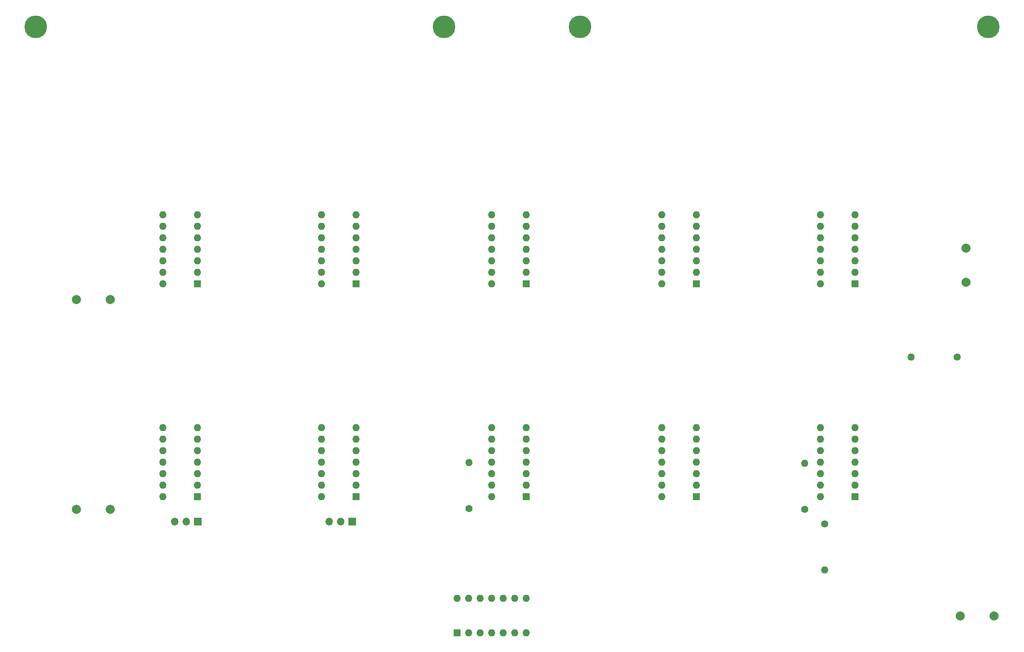
<source format=gbr>
%TF.GenerationSoftware,KiCad,Pcbnew,(6.0.4-0)*%
%TF.CreationDate,2024-04-14T14:55:46+10:00*%
%TF.ProjectId,Input:Output Interface,496e7075-743a-44f7-9574-70757420496e,rev?*%
%TF.SameCoordinates,Original*%
%TF.FileFunction,Soldermask,Top*%
%TF.FilePolarity,Negative*%
%FSLAX46Y46*%
G04 Gerber Fmt 4.6, Leading zero omitted, Abs format (unit mm)*
G04 Created by KiCad (PCBNEW (6.0.4-0)) date 2024-04-14 14:55:46*
%MOMM*%
%LPD*%
G01*
G04 APERTURE LIST*
%ADD10R,1.600000X1.600000*%
%ADD11O,1.600000X1.600000*%
%ADD12C,2.000000*%
%ADD13C,1.600000*%
%ADD14C,5.000000*%
%ADD15R,1.700000X1.700000*%
%ADD16O,1.700000X1.700000*%
G04 APERTURE END LIST*
D10*
%TO.C,U2*%
X145620000Y-119740000D03*
D11*
X145620000Y-117200000D03*
X145620000Y-114660000D03*
X145620000Y-112120000D03*
X145620000Y-109580000D03*
X145620000Y-107040000D03*
X145620000Y-104500000D03*
X138000000Y-104500000D03*
X138000000Y-107040000D03*
X138000000Y-109580000D03*
X138000000Y-112120000D03*
X138000000Y-114660000D03*
X138000000Y-117200000D03*
X138000000Y-119740000D03*
%TD*%
D10*
%TO.C,U3*%
X183120000Y-119740000D03*
D11*
X183120000Y-117200000D03*
X183120000Y-114660000D03*
X183120000Y-112120000D03*
X183120000Y-109580000D03*
X183120000Y-107040000D03*
X183120000Y-104500000D03*
X175500000Y-104500000D03*
X175500000Y-107040000D03*
X175500000Y-109580000D03*
X175500000Y-112120000D03*
X175500000Y-114660000D03*
X175500000Y-117200000D03*
X175500000Y-119740000D03*
%TD*%
D10*
%TO.C,U4*%
X220620000Y-119740000D03*
D11*
X220620000Y-117200000D03*
X220620000Y-114660000D03*
X220620000Y-112120000D03*
X220620000Y-109580000D03*
X220620000Y-107040000D03*
X220620000Y-104500000D03*
X213000000Y-104500000D03*
X213000000Y-107040000D03*
X213000000Y-109580000D03*
X213000000Y-112120000D03*
X213000000Y-114660000D03*
X213000000Y-117200000D03*
X213000000Y-119740000D03*
%TD*%
D10*
%TO.C,U5*%
X255620000Y-119740000D03*
D11*
X255620000Y-117200000D03*
X255620000Y-114660000D03*
X255620000Y-112120000D03*
X255620000Y-109580000D03*
X255620000Y-107040000D03*
X255620000Y-104500000D03*
X248000000Y-104500000D03*
X248000000Y-107040000D03*
X248000000Y-109580000D03*
X248000000Y-112120000D03*
X248000000Y-114660000D03*
X248000000Y-117200000D03*
X248000000Y-119740000D03*
%TD*%
D10*
%TO.C,U8*%
X183120000Y-166740000D03*
D11*
X183120000Y-164200000D03*
X183120000Y-161660000D03*
X183120000Y-159120000D03*
X183120000Y-156580000D03*
X183120000Y-154040000D03*
X183120000Y-151500000D03*
X175500000Y-151500000D03*
X175500000Y-154040000D03*
X175500000Y-156580000D03*
X175500000Y-159120000D03*
X175500000Y-161660000D03*
X175500000Y-164200000D03*
X175500000Y-166740000D03*
%TD*%
D10*
%TO.C,U10*%
X255620000Y-166740000D03*
D11*
X255620000Y-164200000D03*
X255620000Y-161660000D03*
X255620000Y-159120000D03*
X255620000Y-156580000D03*
X255620000Y-154040000D03*
X255620000Y-151500000D03*
X248000000Y-151500000D03*
X248000000Y-154040000D03*
X248000000Y-156580000D03*
X248000000Y-159120000D03*
X248000000Y-161660000D03*
X248000000Y-164200000D03*
X248000000Y-166740000D03*
%TD*%
D10*
%TO.C,U11*%
X167880000Y-196800000D03*
D11*
X170420000Y-196800000D03*
X172960000Y-196800000D03*
X175500000Y-196800000D03*
X178040000Y-196800000D03*
X180580000Y-196800000D03*
X183120000Y-196800000D03*
X183120000Y-189180000D03*
X180580000Y-189180000D03*
X178040000Y-189180000D03*
X175500000Y-189180000D03*
X172960000Y-189180000D03*
X170420000Y-189180000D03*
X167880000Y-189180000D03*
%TD*%
D10*
%TO.C,U1*%
X110620000Y-119740000D03*
D11*
X110620000Y-117200000D03*
X110620000Y-114660000D03*
X110620000Y-112120000D03*
X110620000Y-109580000D03*
X110620000Y-107040000D03*
X110620000Y-104500000D03*
X103000000Y-104500000D03*
X103000000Y-107040000D03*
X103000000Y-109580000D03*
X103000000Y-112120000D03*
X103000000Y-114660000D03*
X103000000Y-117200000D03*
X103000000Y-119740000D03*
%TD*%
D10*
%TO.C,U6*%
X110620000Y-166740000D03*
D11*
X110620000Y-164200000D03*
X110620000Y-161660000D03*
X110620000Y-159120000D03*
X110620000Y-156580000D03*
X110620000Y-154040000D03*
X110620000Y-151500000D03*
X103000000Y-151500000D03*
X103000000Y-154040000D03*
X103000000Y-156580000D03*
X103000000Y-159120000D03*
X103000000Y-161660000D03*
X103000000Y-164200000D03*
X103000000Y-166740000D03*
%TD*%
D10*
%TO.C,U9*%
X220620000Y-166740000D03*
D11*
X220620000Y-164200000D03*
X220620000Y-161660000D03*
X220620000Y-159120000D03*
X220620000Y-156580000D03*
X220620000Y-154040000D03*
X220620000Y-151500000D03*
X213000000Y-151500000D03*
X213000000Y-154040000D03*
X213000000Y-156580000D03*
X213000000Y-159120000D03*
X213000000Y-161660000D03*
X213000000Y-164200000D03*
X213000000Y-166740000D03*
%TD*%
D10*
%TO.C,U7*%
X145620000Y-166740000D03*
D11*
X145620000Y-164200000D03*
X145620000Y-161660000D03*
X145620000Y-159120000D03*
X145620000Y-156580000D03*
X145620000Y-154040000D03*
X145620000Y-151500000D03*
X138000000Y-151500000D03*
X138000000Y-154040000D03*
X138000000Y-156580000D03*
X138000000Y-159120000D03*
X138000000Y-161660000D03*
X138000000Y-164200000D03*
X138000000Y-166740000D03*
%TD*%
D12*
%TO.C,C1*%
X91440000Y-123190000D03*
X83940000Y-123190000D03*
%TD*%
%TO.C,C2*%
X91440000Y-169545000D03*
X83940000Y-169545000D03*
%TD*%
%TO.C,C3*%
X280035000Y-119380000D03*
X280035000Y-111880000D03*
%TD*%
%TO.C,C4*%
X278765000Y-193040000D03*
X286265000Y-193040000D03*
%TD*%
D13*
%TO.C,R1*%
X170500000Y-169360000D03*
D11*
X170500000Y-159200000D03*
%TD*%
D13*
%TO.C,R2*%
X244475000Y-169545000D03*
D11*
X244475000Y-159385000D03*
%TD*%
D13*
%TO.C,R3*%
X248920000Y-172720000D03*
D11*
X248920000Y-182880000D03*
%TD*%
D13*
%TO.C,R4*%
X278130000Y-135890000D03*
D11*
X267970000Y-135890000D03*
%TD*%
D14*
%TO.C,H1*%
X75000000Y-63000000D03*
X165000000Y-63000000D03*
%TD*%
%TO.C,H2*%
X195000000Y-63000000D03*
X285000000Y-63000000D03*
%TD*%
D15*
%TO.C,J1*%
X110744000Y-172212000D03*
D16*
X108204000Y-172212000D03*
X105664000Y-172212000D03*
%TD*%
D15*
%TO.C,J2*%
X144780000Y-172212000D03*
D16*
X142240000Y-172212000D03*
X139700000Y-172212000D03*
%TD*%
M02*

</source>
